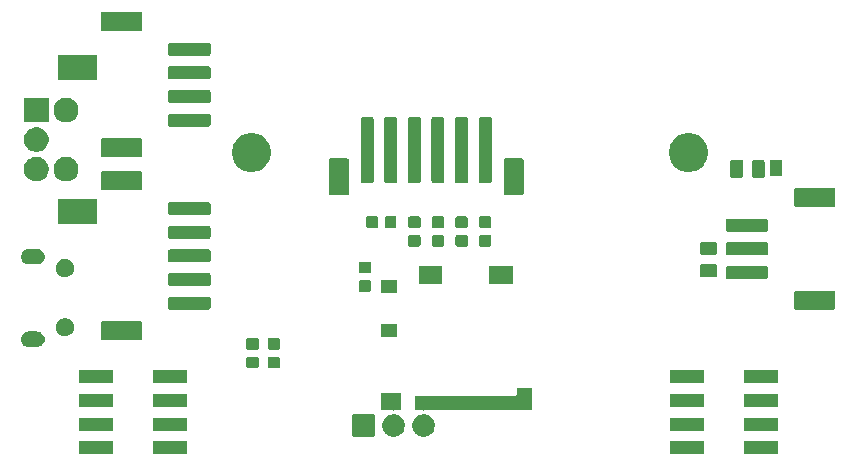
<source format=gbs>
G04 #@! TF.GenerationSoftware,KiCad,Pcbnew,(5.1.5)-3*
G04 #@! TF.CreationDate,2020-08-05T22:49:10+02:00*
G04 #@! TF.ProjectId,Controller,436f6e74-726f-46c6-9c65-722e6b696361,rev?*
G04 #@! TF.SameCoordinates,Original*
G04 #@! TF.FileFunction,Soldermask,Bot*
G04 #@! TF.FilePolarity,Negative*
%FSLAX46Y46*%
G04 Gerber Fmt 4.6, Leading zero omitted, Abs format (unit mm)*
G04 Created by KiCad (PCBNEW (5.1.5)-3) date 2020-08-05 22:49:10*
%MOMM*%
%LPD*%
G04 APERTURE LIST*
%ADD10C,0.100000*%
G04 APERTURE END LIST*
D10*
G36*
X154551000Y-128551000D02*
G01*
X151699000Y-128551000D01*
X151699000Y-127449000D01*
X154551000Y-127449000D01*
X154551000Y-128551000D01*
G37*
G36*
X98301000Y-128551000D02*
G01*
X95449000Y-128551000D01*
X95449000Y-127449000D01*
X98301000Y-127449000D01*
X98301000Y-128551000D01*
G37*
G36*
X104551000Y-128551000D02*
G01*
X101699000Y-128551000D01*
X101699000Y-127449000D01*
X104551000Y-127449000D01*
X104551000Y-128551000D01*
G37*
G36*
X148301000Y-128551000D02*
G01*
X145449000Y-128551000D01*
X145449000Y-127449000D01*
X148301000Y-127449000D01*
X148301000Y-128551000D01*
G37*
G36*
X120341548Y-125152439D02*
G01*
X120366855Y-125160116D01*
X120390188Y-125172587D01*
X120410633Y-125189367D01*
X120427413Y-125209812D01*
X120439884Y-125233145D01*
X120447561Y-125258452D01*
X120451000Y-125293368D01*
X120451000Y-126906632D01*
X120447561Y-126941548D01*
X120439884Y-126966855D01*
X120427413Y-126990188D01*
X120410633Y-127010633D01*
X120390188Y-127027413D01*
X120366855Y-127039884D01*
X120341548Y-127047561D01*
X120306632Y-127051000D01*
X118693368Y-127051000D01*
X118658452Y-127047561D01*
X118633145Y-127039884D01*
X118609812Y-127027413D01*
X118589367Y-127010633D01*
X118572587Y-126990188D01*
X118560116Y-126966855D01*
X118552439Y-126941548D01*
X118549000Y-126906632D01*
X118549000Y-125293368D01*
X118552439Y-125258452D01*
X118560116Y-125233145D01*
X118572587Y-125209812D01*
X118589367Y-125189367D01*
X118609812Y-125172587D01*
X118633145Y-125160116D01*
X118658452Y-125152439D01*
X118693368Y-125149000D01*
X120306632Y-125149000D01*
X120341548Y-125152439D01*
G37*
G36*
X124603722Y-125121505D02*
G01*
X124633977Y-125137677D01*
X124666805Y-125147635D01*
X124857395Y-125185546D01*
X124943931Y-125221391D01*
X125030467Y-125257235D01*
X125186227Y-125361310D01*
X125318690Y-125493773D01*
X125422765Y-125649533D01*
X125458609Y-125736068D01*
X125494454Y-125822605D01*
X125531000Y-126006333D01*
X125531000Y-126193667D01*
X125494454Y-126377395D01*
X125458609Y-126463931D01*
X125422765Y-126550467D01*
X125318690Y-126706227D01*
X125186227Y-126838690D01*
X125030467Y-126942765D01*
X124972308Y-126966855D01*
X124857395Y-127014454D01*
X124673667Y-127051000D01*
X124486333Y-127051000D01*
X124302605Y-127014454D01*
X124187692Y-126966855D01*
X124129533Y-126942765D01*
X123973773Y-126838690D01*
X123841310Y-126706227D01*
X123737235Y-126550467D01*
X123701391Y-126463931D01*
X123665546Y-126377395D01*
X123629000Y-126193667D01*
X123629000Y-126006333D01*
X123665546Y-125822605D01*
X123701391Y-125736068D01*
X123737235Y-125649533D01*
X123841310Y-125493773D01*
X123973773Y-125361310D01*
X124129533Y-125257235D01*
X124216069Y-125221391D01*
X124302605Y-125185546D01*
X124493195Y-125147635D01*
X124526024Y-125137677D01*
X124556279Y-125121505D01*
X124580000Y-125102037D01*
X124603722Y-125121505D01*
G37*
G36*
X122063722Y-125121505D02*
G01*
X122093977Y-125137677D01*
X122126805Y-125147635D01*
X122317395Y-125185546D01*
X122403931Y-125221391D01*
X122490467Y-125257235D01*
X122646227Y-125361310D01*
X122778690Y-125493773D01*
X122882765Y-125649533D01*
X122918609Y-125736068D01*
X122954454Y-125822605D01*
X122991000Y-126006333D01*
X122991000Y-126193667D01*
X122954454Y-126377395D01*
X122918609Y-126463931D01*
X122882765Y-126550467D01*
X122778690Y-126706227D01*
X122646227Y-126838690D01*
X122490467Y-126942765D01*
X122432308Y-126966855D01*
X122317395Y-127014454D01*
X122133667Y-127051000D01*
X121946333Y-127051000D01*
X121762605Y-127014454D01*
X121647692Y-126966855D01*
X121589533Y-126942765D01*
X121433773Y-126838690D01*
X121301310Y-126706227D01*
X121197235Y-126550467D01*
X121161391Y-126463931D01*
X121125546Y-126377395D01*
X121089000Y-126193667D01*
X121089000Y-126006333D01*
X121125546Y-125822605D01*
X121161391Y-125736068D01*
X121197235Y-125649533D01*
X121301310Y-125493773D01*
X121433773Y-125361310D01*
X121589533Y-125257235D01*
X121676069Y-125221391D01*
X121762605Y-125185546D01*
X121953195Y-125147635D01*
X121986024Y-125137677D01*
X122016279Y-125121505D01*
X122040000Y-125102037D01*
X122063722Y-125121505D01*
G37*
G36*
X98301000Y-126551000D02*
G01*
X95449000Y-126551000D01*
X95449000Y-125449000D01*
X98301000Y-125449000D01*
X98301000Y-126551000D01*
G37*
G36*
X104551000Y-126551000D02*
G01*
X101699000Y-126551000D01*
X101699000Y-125449000D01*
X104551000Y-125449000D01*
X104551000Y-126551000D01*
G37*
G36*
X148301000Y-126551000D02*
G01*
X145449000Y-126551000D01*
X145449000Y-125449000D01*
X148301000Y-125449000D01*
X148301000Y-126551000D01*
G37*
G36*
X154551000Y-126551000D02*
G01*
X151699000Y-126551000D01*
X151699000Y-125449000D01*
X154551000Y-125449000D01*
X154551000Y-126551000D01*
G37*
G36*
X122666000Y-124801000D02*
G01*
X122160946Y-124801000D01*
X122126805Y-124804363D01*
X122093977Y-124814321D01*
X122063722Y-124830493D01*
X122040000Y-124849961D01*
X122016278Y-124830492D01*
X121986023Y-124814321D01*
X121953194Y-124804362D01*
X121919054Y-124801000D01*
X121014000Y-124801000D01*
X121014000Y-123349000D01*
X122666000Y-123349000D01*
X122666000Y-124801000D01*
G37*
G36*
X133796000Y-124801000D02*
G01*
X124700946Y-124801000D01*
X124666805Y-124804363D01*
X124633977Y-124814321D01*
X124603722Y-124830493D01*
X124580000Y-124849961D01*
X124556278Y-124830492D01*
X124526023Y-124814321D01*
X124493194Y-124804362D01*
X124459054Y-124801000D01*
X123824000Y-124801000D01*
X123824000Y-123599000D01*
X132349001Y-123599000D01*
X132383142Y-123595637D01*
X132415970Y-123585679D01*
X132446225Y-123569507D01*
X132472744Y-123547744D01*
X132494507Y-123521225D01*
X132510679Y-123490970D01*
X132520637Y-123458142D01*
X132524000Y-123424001D01*
X132524000Y-122899000D01*
X133796000Y-122899000D01*
X133796000Y-124801000D01*
G37*
G36*
X98301000Y-124551000D02*
G01*
X95449000Y-124551000D01*
X95449000Y-123449000D01*
X98301000Y-123449000D01*
X98301000Y-124551000D01*
G37*
G36*
X148301000Y-124551000D02*
G01*
X145449000Y-124551000D01*
X145449000Y-123449000D01*
X148301000Y-123449000D01*
X148301000Y-124551000D01*
G37*
G36*
X104551000Y-124551000D02*
G01*
X101699000Y-124551000D01*
X101699000Y-123449000D01*
X104551000Y-123449000D01*
X104551000Y-124551000D01*
G37*
G36*
X154551000Y-124551000D02*
G01*
X151699000Y-124551000D01*
X151699000Y-123449000D01*
X154551000Y-123449000D01*
X154551000Y-124551000D01*
G37*
G36*
X148301000Y-122551000D02*
G01*
X145449000Y-122551000D01*
X145449000Y-121449000D01*
X148301000Y-121449000D01*
X148301000Y-122551000D01*
G37*
G36*
X104551000Y-122551000D02*
G01*
X101699000Y-122551000D01*
X101699000Y-121449000D01*
X104551000Y-121449000D01*
X104551000Y-122551000D01*
G37*
G36*
X98301000Y-122551000D02*
G01*
X95449000Y-122551000D01*
X95449000Y-121449000D01*
X98301000Y-121449000D01*
X98301000Y-122551000D01*
G37*
G36*
X154551000Y-122551000D02*
G01*
X151699000Y-122551000D01*
X151699000Y-121449000D01*
X154551000Y-121449000D01*
X154551000Y-122551000D01*
G37*
G36*
X110499664Y-120290341D02*
G01*
X110528912Y-120299214D01*
X110555865Y-120313621D01*
X110579490Y-120333010D01*
X110598879Y-120356635D01*
X110613286Y-120383588D01*
X110622159Y-120412836D01*
X110626000Y-120451842D01*
X110626000Y-121098158D01*
X110622159Y-121137164D01*
X110613286Y-121166412D01*
X110598879Y-121193365D01*
X110579490Y-121216990D01*
X110555865Y-121236379D01*
X110528912Y-121250786D01*
X110499664Y-121259659D01*
X110460658Y-121263500D01*
X109739342Y-121263500D01*
X109700336Y-121259659D01*
X109671088Y-121250786D01*
X109644135Y-121236379D01*
X109620510Y-121216990D01*
X109601121Y-121193365D01*
X109586714Y-121166412D01*
X109577841Y-121137164D01*
X109574000Y-121098158D01*
X109574000Y-120451842D01*
X109577841Y-120412836D01*
X109586714Y-120383588D01*
X109601121Y-120356635D01*
X109620510Y-120333010D01*
X109644135Y-120313621D01*
X109671088Y-120299214D01*
X109700336Y-120290341D01*
X109739342Y-120286500D01*
X110460658Y-120286500D01*
X110499664Y-120290341D01*
G37*
G36*
X112299664Y-120290341D02*
G01*
X112328912Y-120299214D01*
X112355865Y-120313621D01*
X112379490Y-120333010D01*
X112398879Y-120356635D01*
X112413286Y-120383588D01*
X112422159Y-120412836D01*
X112426000Y-120451842D01*
X112426000Y-121098158D01*
X112422159Y-121137164D01*
X112413286Y-121166412D01*
X112398879Y-121193365D01*
X112379490Y-121216990D01*
X112355865Y-121236379D01*
X112328912Y-121250786D01*
X112299664Y-121259659D01*
X112260658Y-121263500D01*
X111539342Y-121263500D01*
X111500336Y-121259659D01*
X111471088Y-121250786D01*
X111444135Y-121236379D01*
X111420510Y-121216990D01*
X111401121Y-121193365D01*
X111386714Y-121166412D01*
X111377841Y-121137164D01*
X111374000Y-121098158D01*
X111374000Y-120451842D01*
X111377841Y-120412836D01*
X111386714Y-120383588D01*
X111401121Y-120356635D01*
X111420510Y-120333010D01*
X111444135Y-120313621D01*
X111471088Y-120299214D01*
X111500336Y-120290341D01*
X111539342Y-120286500D01*
X112260658Y-120286500D01*
X112299664Y-120290341D01*
G37*
G36*
X110499664Y-118715341D02*
G01*
X110528912Y-118724214D01*
X110555865Y-118738621D01*
X110579490Y-118758010D01*
X110598879Y-118781635D01*
X110613286Y-118808588D01*
X110622159Y-118837836D01*
X110626000Y-118876842D01*
X110626000Y-119523158D01*
X110622159Y-119562164D01*
X110613286Y-119591412D01*
X110598879Y-119618365D01*
X110579490Y-119641990D01*
X110555865Y-119661379D01*
X110528912Y-119675786D01*
X110499664Y-119684659D01*
X110460658Y-119688500D01*
X109739342Y-119688500D01*
X109700336Y-119684659D01*
X109671088Y-119675786D01*
X109644135Y-119661379D01*
X109620510Y-119641990D01*
X109601121Y-119618365D01*
X109586714Y-119591412D01*
X109577841Y-119562164D01*
X109574000Y-119523158D01*
X109574000Y-118876842D01*
X109577841Y-118837836D01*
X109586714Y-118808588D01*
X109601121Y-118781635D01*
X109620510Y-118758010D01*
X109644135Y-118738621D01*
X109671088Y-118724214D01*
X109700336Y-118715341D01*
X109739342Y-118711500D01*
X110460658Y-118711500D01*
X110499664Y-118715341D01*
G37*
G36*
X112299664Y-118715341D02*
G01*
X112328912Y-118724214D01*
X112355865Y-118738621D01*
X112379490Y-118758010D01*
X112398879Y-118781635D01*
X112413286Y-118808588D01*
X112422159Y-118837836D01*
X112426000Y-118876842D01*
X112426000Y-119523158D01*
X112422159Y-119562164D01*
X112413286Y-119591412D01*
X112398879Y-119618365D01*
X112379490Y-119641990D01*
X112355865Y-119661379D01*
X112328912Y-119675786D01*
X112299664Y-119684659D01*
X112260658Y-119688500D01*
X111539342Y-119688500D01*
X111500336Y-119684659D01*
X111471088Y-119675786D01*
X111444135Y-119661379D01*
X111420510Y-119641990D01*
X111401121Y-119618365D01*
X111386714Y-119591412D01*
X111377841Y-119562164D01*
X111374000Y-119523158D01*
X111374000Y-118876842D01*
X111377841Y-118837836D01*
X111386714Y-118808588D01*
X111401121Y-118781635D01*
X111420510Y-118758010D01*
X111444135Y-118738621D01*
X111471088Y-118724214D01*
X111500336Y-118715341D01*
X111539342Y-118711500D01*
X112260658Y-118711500D01*
X112299664Y-118715341D01*
G37*
G36*
X91977619Y-118158420D02*
G01*
X92100329Y-118195644D01*
X92100332Y-118195645D01*
X92164179Y-118229772D01*
X92213425Y-118256094D01*
X92213427Y-118256095D01*
X92213426Y-118256095D01*
X92312553Y-118337447D01*
X92393905Y-118436574D01*
X92454355Y-118549668D01*
X92454356Y-118549671D01*
X92491580Y-118672381D01*
X92504150Y-118800000D01*
X92491580Y-118927618D01*
X92454355Y-119050332D01*
X92420228Y-119114179D01*
X92393906Y-119163425D01*
X92312553Y-119262553D01*
X92213425Y-119343906D01*
X92164179Y-119370228D01*
X92100332Y-119404355D01*
X92100329Y-119404356D01*
X91977619Y-119441580D01*
X91881978Y-119451000D01*
X91118022Y-119451000D01*
X91022381Y-119441580D01*
X90899671Y-119404356D01*
X90899668Y-119404355D01*
X90835821Y-119370228D01*
X90786575Y-119343906D01*
X90687447Y-119262553D01*
X90606094Y-119163425D01*
X90579772Y-119114179D01*
X90545645Y-119050332D01*
X90508420Y-118927618D01*
X90495850Y-118800000D01*
X90508420Y-118672381D01*
X90545644Y-118549671D01*
X90545645Y-118549668D01*
X90606095Y-118436574D01*
X90687447Y-118337447D01*
X90786574Y-118256095D01*
X90786573Y-118256095D01*
X90786575Y-118256094D01*
X90835821Y-118229772D01*
X90899668Y-118195645D01*
X90899671Y-118195644D01*
X91022381Y-118158420D01*
X91118022Y-118149000D01*
X91881978Y-118149000D01*
X91977619Y-118158420D01*
G37*
G36*
X100629828Y-117302718D02*
G01*
X100657872Y-117311226D01*
X100683718Y-117325041D01*
X100706370Y-117343630D01*
X100724959Y-117366282D01*
X100738774Y-117392128D01*
X100747282Y-117420172D01*
X100751000Y-117457927D01*
X100751000Y-118742073D01*
X100747282Y-118779828D01*
X100738774Y-118807872D01*
X100724959Y-118833718D01*
X100706370Y-118856370D01*
X100683718Y-118874959D01*
X100657872Y-118888774D01*
X100629828Y-118897282D01*
X100592073Y-118901000D01*
X97407927Y-118901000D01*
X97370172Y-118897282D01*
X97342128Y-118888774D01*
X97316282Y-118874959D01*
X97293630Y-118856370D01*
X97275041Y-118833718D01*
X97261226Y-118807872D01*
X97252718Y-118779828D01*
X97249000Y-118742073D01*
X97249000Y-117457927D01*
X97252718Y-117420172D01*
X97261226Y-117392128D01*
X97275041Y-117366282D01*
X97293630Y-117343630D01*
X97316282Y-117325041D01*
X97342128Y-117311226D01*
X97370172Y-117302718D01*
X97407927Y-117299000D01*
X100592073Y-117299000D01*
X100629828Y-117302718D01*
G37*
G36*
X122316000Y-118601000D02*
G01*
X121014000Y-118601000D01*
X121014000Y-117499000D01*
X122316000Y-117499000D01*
X122316000Y-118601000D01*
G37*
G36*
X94351390Y-117038911D02*
G01*
X94426351Y-117053821D01*
X94567574Y-117112317D01*
X94694671Y-117197241D01*
X94802759Y-117305329D01*
X94887683Y-117432426D01*
X94946179Y-117573649D01*
X94976000Y-117723571D01*
X94976000Y-117876429D01*
X94946179Y-118026351D01*
X94887683Y-118167574D01*
X94802759Y-118294671D01*
X94694671Y-118402759D01*
X94567574Y-118487683D01*
X94426351Y-118546179D01*
X94351390Y-118561089D01*
X94276431Y-118576000D01*
X94123569Y-118576000D01*
X94048610Y-118561089D01*
X93973649Y-118546179D01*
X93832426Y-118487683D01*
X93705329Y-118402759D01*
X93597241Y-118294671D01*
X93512317Y-118167574D01*
X93453821Y-118026351D01*
X93424000Y-117876429D01*
X93424000Y-117723571D01*
X93453821Y-117573649D01*
X93512317Y-117432426D01*
X93597241Y-117305329D01*
X93705329Y-117197241D01*
X93832426Y-117112317D01*
X93973649Y-117053821D01*
X94048610Y-117038911D01*
X94123569Y-117024000D01*
X94276431Y-117024000D01*
X94351390Y-117038911D01*
G37*
G36*
X106399512Y-115203443D02*
G01*
X106434618Y-115214092D01*
X106466978Y-115231388D01*
X106495337Y-115254663D01*
X106518612Y-115283022D01*
X106535908Y-115315382D01*
X106546557Y-115350488D01*
X106551000Y-115395594D01*
X106551000Y-116104406D01*
X106546557Y-116149512D01*
X106535908Y-116184618D01*
X106518612Y-116216978D01*
X106495337Y-116245337D01*
X106466978Y-116268612D01*
X106434618Y-116285908D01*
X106399512Y-116296557D01*
X106354406Y-116301000D01*
X103145594Y-116301000D01*
X103100488Y-116296557D01*
X103065382Y-116285908D01*
X103033022Y-116268612D01*
X103004663Y-116245337D01*
X102981388Y-116216978D01*
X102964092Y-116184618D01*
X102953443Y-116149512D01*
X102949000Y-116104406D01*
X102949000Y-115395594D01*
X102953443Y-115350488D01*
X102964092Y-115315382D01*
X102981388Y-115283022D01*
X103004663Y-115254663D01*
X103033022Y-115231388D01*
X103065382Y-115214092D01*
X103100488Y-115203443D01*
X103145594Y-115199000D01*
X106354406Y-115199000D01*
X106399512Y-115203443D01*
G37*
G36*
X159329828Y-114702718D02*
G01*
X159357872Y-114711226D01*
X159383718Y-114725041D01*
X159406370Y-114743630D01*
X159424959Y-114766282D01*
X159438774Y-114792128D01*
X159447282Y-114820172D01*
X159451000Y-114857927D01*
X159451000Y-116142073D01*
X159447282Y-116179828D01*
X159438774Y-116207872D01*
X159424959Y-116233718D01*
X159406370Y-116256370D01*
X159383718Y-116274959D01*
X159357872Y-116288774D01*
X159329828Y-116297282D01*
X159292073Y-116301000D01*
X156107927Y-116301000D01*
X156070172Y-116297282D01*
X156042128Y-116288774D01*
X156016282Y-116274959D01*
X155993630Y-116256370D01*
X155975041Y-116233718D01*
X155961226Y-116207872D01*
X155952718Y-116179828D01*
X155949000Y-116142073D01*
X155949000Y-114857927D01*
X155952718Y-114820172D01*
X155961226Y-114792128D01*
X155975041Y-114766282D01*
X155993630Y-114743630D01*
X156016282Y-114725041D01*
X156042128Y-114711226D01*
X156070172Y-114702718D01*
X156107927Y-114699000D01*
X159292073Y-114699000D01*
X159329828Y-114702718D01*
G37*
G36*
X122316000Y-114901000D02*
G01*
X121014000Y-114901000D01*
X121014000Y-113799000D01*
X122316000Y-113799000D01*
X122316000Y-114901000D01*
G37*
G36*
X119999664Y-113815341D02*
G01*
X120028912Y-113824214D01*
X120055865Y-113838621D01*
X120079490Y-113858010D01*
X120098879Y-113881635D01*
X120113286Y-113908588D01*
X120122159Y-113937836D01*
X120126000Y-113976842D01*
X120126000Y-114623158D01*
X120122159Y-114662164D01*
X120113286Y-114691412D01*
X120098879Y-114718365D01*
X120079490Y-114741990D01*
X120055865Y-114761379D01*
X120028912Y-114775786D01*
X119999664Y-114784659D01*
X119960658Y-114788500D01*
X119239342Y-114788500D01*
X119200336Y-114784659D01*
X119171088Y-114775786D01*
X119144135Y-114761379D01*
X119120510Y-114741990D01*
X119101121Y-114718365D01*
X119086714Y-114691412D01*
X119077841Y-114662164D01*
X119074000Y-114623158D01*
X119074000Y-113976842D01*
X119077841Y-113937836D01*
X119086714Y-113908588D01*
X119101121Y-113881635D01*
X119120510Y-113858010D01*
X119144135Y-113838621D01*
X119171088Y-113824214D01*
X119200336Y-113815341D01*
X119239342Y-113811500D01*
X119960658Y-113811500D01*
X119999664Y-113815341D01*
G37*
G36*
X106399512Y-113203443D02*
G01*
X106434618Y-113214092D01*
X106466978Y-113231388D01*
X106495337Y-113254663D01*
X106518612Y-113283022D01*
X106535908Y-113315382D01*
X106546557Y-113350488D01*
X106551000Y-113395594D01*
X106551000Y-114104406D01*
X106546557Y-114149512D01*
X106535908Y-114184618D01*
X106518612Y-114216978D01*
X106495337Y-114245337D01*
X106466978Y-114268612D01*
X106434618Y-114285908D01*
X106399512Y-114296557D01*
X106354406Y-114301000D01*
X103145594Y-114301000D01*
X103100488Y-114296557D01*
X103065382Y-114285908D01*
X103033022Y-114268612D01*
X103004663Y-114245337D01*
X102981388Y-114216978D01*
X102964092Y-114184618D01*
X102953443Y-114149512D01*
X102949000Y-114104406D01*
X102949000Y-113395594D01*
X102953443Y-113350488D01*
X102964092Y-113315382D01*
X102981388Y-113283022D01*
X103004663Y-113254663D01*
X103033022Y-113231388D01*
X103065382Y-113214092D01*
X103100488Y-113203443D01*
X103145594Y-113199000D01*
X106354406Y-113199000D01*
X106399512Y-113203443D01*
G37*
G36*
X132136000Y-114101000D02*
G01*
X130134000Y-114101000D01*
X130134000Y-112649000D01*
X132136000Y-112649000D01*
X132136000Y-114101000D01*
G37*
G36*
X126166000Y-114101000D02*
G01*
X124164000Y-114101000D01*
X124164000Y-112649000D01*
X126166000Y-112649000D01*
X126166000Y-114101000D01*
G37*
G36*
X153599512Y-112603443D02*
G01*
X153634618Y-112614092D01*
X153666978Y-112631388D01*
X153695337Y-112654663D01*
X153718612Y-112683022D01*
X153735908Y-112715382D01*
X153746557Y-112750488D01*
X153751000Y-112795594D01*
X153751000Y-113504406D01*
X153746557Y-113549512D01*
X153735908Y-113584618D01*
X153718612Y-113616978D01*
X153695337Y-113645337D01*
X153666978Y-113668612D01*
X153634618Y-113685908D01*
X153599512Y-113696557D01*
X153554406Y-113701000D01*
X150345594Y-113701000D01*
X150300488Y-113696557D01*
X150265382Y-113685908D01*
X150233022Y-113668612D01*
X150204663Y-113645337D01*
X150181388Y-113616978D01*
X150164092Y-113584618D01*
X150153443Y-113549512D01*
X150149000Y-113504406D01*
X150149000Y-112795594D01*
X150153443Y-112750488D01*
X150164092Y-112715382D01*
X150181388Y-112683022D01*
X150204663Y-112654663D01*
X150233022Y-112631388D01*
X150265382Y-112614092D01*
X150300488Y-112603443D01*
X150345594Y-112599000D01*
X153554406Y-112599000D01*
X153599512Y-112603443D01*
G37*
G36*
X94351390Y-112038910D02*
G01*
X94426351Y-112053821D01*
X94567574Y-112112317D01*
X94694671Y-112197241D01*
X94802759Y-112305329D01*
X94887683Y-112432426D01*
X94946179Y-112573649D01*
X94955393Y-112619971D01*
X94975577Y-112721440D01*
X94976000Y-112723571D01*
X94976000Y-112876429D01*
X94946179Y-113026351D01*
X94887683Y-113167574D01*
X94802759Y-113294671D01*
X94694671Y-113402759D01*
X94567574Y-113487683D01*
X94426351Y-113546179D01*
X94351390Y-113561090D01*
X94276431Y-113576000D01*
X94123569Y-113576000D01*
X94048610Y-113561090D01*
X93973649Y-113546179D01*
X93832426Y-113487683D01*
X93705329Y-113402759D01*
X93597241Y-113294671D01*
X93512317Y-113167574D01*
X93453821Y-113026351D01*
X93424000Y-112876429D01*
X93424000Y-112723571D01*
X93424424Y-112721440D01*
X93444607Y-112619971D01*
X93453821Y-112573649D01*
X93512317Y-112432426D01*
X93597241Y-112305329D01*
X93705329Y-112197241D01*
X93832426Y-112112317D01*
X93973649Y-112053821D01*
X94048610Y-112038910D01*
X94123569Y-112024000D01*
X94276431Y-112024000D01*
X94351390Y-112038910D01*
G37*
G36*
X149304539Y-112465822D02*
G01*
X149338481Y-112476118D01*
X149369754Y-112492834D01*
X149397168Y-112515332D01*
X149419666Y-112542746D01*
X149436382Y-112574019D01*
X149446678Y-112607961D01*
X149451000Y-112651844D01*
X149451000Y-113348156D01*
X149446678Y-113392039D01*
X149436382Y-113425981D01*
X149419666Y-113457254D01*
X149397168Y-113484668D01*
X149369754Y-113507166D01*
X149338481Y-113523882D01*
X149304539Y-113534178D01*
X149260656Y-113538500D01*
X148139344Y-113538500D01*
X148095461Y-113534178D01*
X148061519Y-113523882D01*
X148030246Y-113507166D01*
X148002832Y-113484668D01*
X147980334Y-113457254D01*
X147963618Y-113425981D01*
X147953322Y-113392039D01*
X147949000Y-113348156D01*
X147949000Y-112651844D01*
X147953322Y-112607961D01*
X147963618Y-112574019D01*
X147980334Y-112542746D01*
X148002832Y-112515332D01*
X148030246Y-112492834D01*
X148061519Y-112476118D01*
X148095461Y-112465822D01*
X148139344Y-112461500D01*
X149260656Y-112461500D01*
X149304539Y-112465822D01*
G37*
G36*
X119999664Y-112240341D02*
G01*
X120028912Y-112249214D01*
X120055865Y-112263621D01*
X120079490Y-112283010D01*
X120098879Y-112306635D01*
X120113286Y-112333588D01*
X120122159Y-112362836D01*
X120126000Y-112401842D01*
X120126000Y-113048158D01*
X120122159Y-113087164D01*
X120113286Y-113116412D01*
X120098879Y-113143365D01*
X120079490Y-113166990D01*
X120055865Y-113186379D01*
X120028912Y-113200786D01*
X119999664Y-113209659D01*
X119960658Y-113213500D01*
X119239342Y-113213500D01*
X119200336Y-113209659D01*
X119171088Y-113200786D01*
X119144135Y-113186379D01*
X119120510Y-113166990D01*
X119101121Y-113143365D01*
X119086714Y-113116412D01*
X119077841Y-113087164D01*
X119074000Y-113048158D01*
X119074000Y-112401842D01*
X119077841Y-112362836D01*
X119086714Y-112333588D01*
X119101121Y-112306635D01*
X119120510Y-112283010D01*
X119144135Y-112263621D01*
X119171088Y-112249214D01*
X119200336Y-112240341D01*
X119239342Y-112236500D01*
X119960658Y-112236500D01*
X119999664Y-112240341D01*
G37*
G36*
X91977619Y-111158420D02*
G01*
X92100329Y-111195644D01*
X92100332Y-111195645D01*
X92164179Y-111229772D01*
X92213425Y-111256094D01*
X92312553Y-111337447D01*
X92393906Y-111436575D01*
X92414177Y-111474500D01*
X92454355Y-111549668D01*
X92454356Y-111549671D01*
X92491580Y-111672381D01*
X92504150Y-111800000D01*
X92491580Y-111927618D01*
X92454355Y-112050332D01*
X92425452Y-112104406D01*
X92393906Y-112163425D01*
X92312553Y-112262553D01*
X92213425Y-112343906D01*
X92178009Y-112362836D01*
X92100332Y-112404355D01*
X92100329Y-112404356D01*
X91977619Y-112441580D01*
X91881978Y-112451000D01*
X91118022Y-112451000D01*
X91022381Y-112441580D01*
X90899671Y-112404356D01*
X90899668Y-112404355D01*
X90821991Y-112362836D01*
X90786575Y-112343906D01*
X90687447Y-112262553D01*
X90606094Y-112163425D01*
X90574548Y-112104406D01*
X90545645Y-112050332D01*
X90508420Y-111927618D01*
X90495850Y-111800000D01*
X90508420Y-111672381D01*
X90545644Y-111549671D01*
X90545645Y-111549668D01*
X90585823Y-111474500D01*
X90606094Y-111436575D01*
X90687447Y-111337447D01*
X90786575Y-111256094D01*
X90835821Y-111229772D01*
X90899668Y-111195645D01*
X90899671Y-111195644D01*
X91022381Y-111158420D01*
X91118022Y-111149000D01*
X91881978Y-111149000D01*
X91977619Y-111158420D01*
G37*
G36*
X106399512Y-111203443D02*
G01*
X106434618Y-111214092D01*
X106466978Y-111231388D01*
X106495337Y-111254663D01*
X106518612Y-111283022D01*
X106535908Y-111315382D01*
X106546557Y-111350488D01*
X106551000Y-111395594D01*
X106551000Y-112104406D01*
X106546557Y-112149512D01*
X106535908Y-112184618D01*
X106518612Y-112216978D01*
X106495337Y-112245337D01*
X106466978Y-112268612D01*
X106434618Y-112285908D01*
X106399512Y-112296557D01*
X106354406Y-112301000D01*
X103145594Y-112301000D01*
X103100488Y-112296557D01*
X103065382Y-112285908D01*
X103033022Y-112268612D01*
X103004663Y-112245337D01*
X102981388Y-112216978D01*
X102964092Y-112184618D01*
X102953443Y-112149512D01*
X102949000Y-112104406D01*
X102949000Y-111395594D01*
X102953443Y-111350488D01*
X102964092Y-111315382D01*
X102981388Y-111283022D01*
X103004663Y-111254663D01*
X103033022Y-111231388D01*
X103065382Y-111214092D01*
X103100488Y-111203443D01*
X103145594Y-111199000D01*
X106354406Y-111199000D01*
X106399512Y-111203443D01*
G37*
G36*
X153599512Y-110603443D02*
G01*
X153634618Y-110614092D01*
X153666978Y-110631388D01*
X153695337Y-110654663D01*
X153718612Y-110683022D01*
X153735908Y-110715382D01*
X153746557Y-110750488D01*
X153751000Y-110795594D01*
X153751000Y-111504406D01*
X153746557Y-111549512D01*
X153735908Y-111584618D01*
X153718612Y-111616978D01*
X153695337Y-111645337D01*
X153666978Y-111668612D01*
X153634618Y-111685908D01*
X153599512Y-111696557D01*
X153554406Y-111701000D01*
X150345594Y-111701000D01*
X150300488Y-111696557D01*
X150265382Y-111685908D01*
X150233022Y-111668612D01*
X150204663Y-111645337D01*
X150181388Y-111616978D01*
X150164092Y-111584618D01*
X150153443Y-111549512D01*
X150149000Y-111504406D01*
X150149000Y-110795594D01*
X150153443Y-110750488D01*
X150164092Y-110715382D01*
X150181388Y-110683022D01*
X150204663Y-110654663D01*
X150233022Y-110631388D01*
X150265382Y-110614092D01*
X150300488Y-110603443D01*
X150345594Y-110599000D01*
X153554406Y-110599000D01*
X153599512Y-110603443D01*
G37*
G36*
X149304539Y-110590822D02*
G01*
X149338481Y-110601118D01*
X149369754Y-110617834D01*
X149397168Y-110640332D01*
X149419666Y-110667746D01*
X149436382Y-110699019D01*
X149446678Y-110732961D01*
X149451000Y-110776844D01*
X149451000Y-111473156D01*
X149446678Y-111517039D01*
X149436382Y-111550981D01*
X149419666Y-111582254D01*
X149397168Y-111609668D01*
X149369754Y-111632166D01*
X149338481Y-111648882D01*
X149304539Y-111659178D01*
X149260656Y-111663500D01*
X148139344Y-111663500D01*
X148095461Y-111659178D01*
X148061519Y-111648882D01*
X148030246Y-111632166D01*
X148002832Y-111609668D01*
X147980334Y-111582254D01*
X147963618Y-111550981D01*
X147953322Y-111517039D01*
X147949000Y-111473156D01*
X147949000Y-110776844D01*
X147953322Y-110732961D01*
X147963618Y-110699019D01*
X147980334Y-110667746D01*
X148002832Y-110640332D01*
X148030246Y-110617834D01*
X148061519Y-110601118D01*
X148095461Y-110590822D01*
X148139344Y-110586500D01*
X149260656Y-110586500D01*
X149304539Y-110590822D01*
G37*
G36*
X124199664Y-109990341D02*
G01*
X124228912Y-109999214D01*
X124255865Y-110013621D01*
X124279490Y-110033010D01*
X124298879Y-110056635D01*
X124313286Y-110083588D01*
X124322159Y-110112836D01*
X124326000Y-110151842D01*
X124326000Y-110798158D01*
X124322159Y-110837164D01*
X124313286Y-110866412D01*
X124298879Y-110893365D01*
X124279490Y-110916990D01*
X124255865Y-110936379D01*
X124228912Y-110950786D01*
X124199664Y-110959659D01*
X124160658Y-110963500D01*
X123439342Y-110963500D01*
X123400336Y-110959659D01*
X123371088Y-110950786D01*
X123344135Y-110936379D01*
X123320510Y-110916990D01*
X123301121Y-110893365D01*
X123286714Y-110866412D01*
X123277841Y-110837164D01*
X123274000Y-110798158D01*
X123274000Y-110151842D01*
X123277841Y-110112836D01*
X123286714Y-110083588D01*
X123301121Y-110056635D01*
X123320510Y-110033010D01*
X123344135Y-110013621D01*
X123371088Y-109999214D01*
X123400336Y-109990341D01*
X123439342Y-109986500D01*
X124160658Y-109986500D01*
X124199664Y-109990341D01*
G37*
G36*
X130199664Y-109990341D02*
G01*
X130228912Y-109999214D01*
X130255865Y-110013621D01*
X130279490Y-110033010D01*
X130298879Y-110056635D01*
X130313286Y-110083588D01*
X130322159Y-110112836D01*
X130326000Y-110151842D01*
X130326000Y-110798158D01*
X130322159Y-110837164D01*
X130313286Y-110866412D01*
X130298879Y-110893365D01*
X130279490Y-110916990D01*
X130255865Y-110936379D01*
X130228912Y-110950786D01*
X130199664Y-110959659D01*
X130160658Y-110963500D01*
X129439342Y-110963500D01*
X129400336Y-110959659D01*
X129371088Y-110950786D01*
X129344135Y-110936379D01*
X129320510Y-110916990D01*
X129301121Y-110893365D01*
X129286714Y-110866412D01*
X129277841Y-110837164D01*
X129274000Y-110798158D01*
X129274000Y-110151842D01*
X129277841Y-110112836D01*
X129286714Y-110083588D01*
X129301121Y-110056635D01*
X129320510Y-110033010D01*
X129344135Y-110013621D01*
X129371088Y-109999214D01*
X129400336Y-109990341D01*
X129439342Y-109986500D01*
X130160658Y-109986500D01*
X130199664Y-109990341D01*
G37*
G36*
X126199664Y-109990341D02*
G01*
X126228912Y-109999214D01*
X126255865Y-110013621D01*
X126279490Y-110033010D01*
X126298879Y-110056635D01*
X126313286Y-110083588D01*
X126322159Y-110112836D01*
X126326000Y-110151842D01*
X126326000Y-110798158D01*
X126322159Y-110837164D01*
X126313286Y-110866412D01*
X126298879Y-110893365D01*
X126279490Y-110916990D01*
X126255865Y-110936379D01*
X126228912Y-110950786D01*
X126199664Y-110959659D01*
X126160658Y-110963500D01*
X125439342Y-110963500D01*
X125400336Y-110959659D01*
X125371088Y-110950786D01*
X125344135Y-110936379D01*
X125320510Y-110916990D01*
X125301121Y-110893365D01*
X125286714Y-110866412D01*
X125277841Y-110837164D01*
X125274000Y-110798158D01*
X125274000Y-110151842D01*
X125277841Y-110112836D01*
X125286714Y-110083588D01*
X125301121Y-110056635D01*
X125320510Y-110033010D01*
X125344135Y-110013621D01*
X125371088Y-109999214D01*
X125400336Y-109990341D01*
X125439342Y-109986500D01*
X126160658Y-109986500D01*
X126199664Y-109990341D01*
G37*
G36*
X128199664Y-109990341D02*
G01*
X128228912Y-109999214D01*
X128255865Y-110013621D01*
X128279490Y-110033010D01*
X128298879Y-110056635D01*
X128313286Y-110083588D01*
X128322159Y-110112836D01*
X128326000Y-110151842D01*
X128326000Y-110798158D01*
X128322159Y-110837164D01*
X128313286Y-110866412D01*
X128298879Y-110893365D01*
X128279490Y-110916990D01*
X128255865Y-110936379D01*
X128228912Y-110950786D01*
X128199664Y-110959659D01*
X128160658Y-110963500D01*
X127439342Y-110963500D01*
X127400336Y-110959659D01*
X127371088Y-110950786D01*
X127344135Y-110936379D01*
X127320510Y-110916990D01*
X127301121Y-110893365D01*
X127286714Y-110866412D01*
X127277841Y-110837164D01*
X127274000Y-110798158D01*
X127274000Y-110151842D01*
X127277841Y-110112836D01*
X127286714Y-110083588D01*
X127301121Y-110056635D01*
X127320510Y-110033010D01*
X127344135Y-110013621D01*
X127371088Y-109999214D01*
X127400336Y-109990341D01*
X127439342Y-109986500D01*
X128160658Y-109986500D01*
X128199664Y-109990341D01*
G37*
G36*
X106399512Y-109203443D02*
G01*
X106434618Y-109214092D01*
X106466978Y-109231388D01*
X106495337Y-109254663D01*
X106518612Y-109283022D01*
X106535908Y-109315382D01*
X106546557Y-109350488D01*
X106551000Y-109395594D01*
X106551000Y-110104406D01*
X106546557Y-110149512D01*
X106535908Y-110184618D01*
X106518612Y-110216978D01*
X106495337Y-110245337D01*
X106466978Y-110268612D01*
X106434618Y-110285908D01*
X106399512Y-110296557D01*
X106354406Y-110301000D01*
X103145594Y-110301000D01*
X103100488Y-110296557D01*
X103065382Y-110285908D01*
X103033022Y-110268612D01*
X103004663Y-110245337D01*
X102981388Y-110216978D01*
X102964092Y-110184618D01*
X102953443Y-110149512D01*
X102949000Y-110104406D01*
X102949000Y-109395594D01*
X102953443Y-109350488D01*
X102964092Y-109315382D01*
X102981388Y-109283022D01*
X103004663Y-109254663D01*
X103033022Y-109231388D01*
X103065382Y-109214092D01*
X103100488Y-109203443D01*
X103145594Y-109199000D01*
X106354406Y-109199000D01*
X106399512Y-109203443D01*
G37*
G36*
X153599512Y-108603443D02*
G01*
X153634618Y-108614092D01*
X153666978Y-108631388D01*
X153695337Y-108654663D01*
X153718612Y-108683022D01*
X153735908Y-108715382D01*
X153746557Y-108750488D01*
X153751000Y-108795594D01*
X153751000Y-109504406D01*
X153746557Y-109549512D01*
X153735908Y-109584618D01*
X153718612Y-109616978D01*
X153695337Y-109645337D01*
X153666978Y-109668612D01*
X153634618Y-109685908D01*
X153599512Y-109696557D01*
X153554406Y-109701000D01*
X150345594Y-109701000D01*
X150300488Y-109696557D01*
X150265382Y-109685908D01*
X150233022Y-109668612D01*
X150204663Y-109645337D01*
X150181388Y-109616978D01*
X150164092Y-109584618D01*
X150153443Y-109549512D01*
X150149000Y-109504406D01*
X150149000Y-108795594D01*
X150153443Y-108750488D01*
X150164092Y-108715382D01*
X150181388Y-108683022D01*
X150204663Y-108654663D01*
X150233022Y-108631388D01*
X150265382Y-108614092D01*
X150300488Y-108603443D01*
X150345594Y-108599000D01*
X153554406Y-108599000D01*
X153599512Y-108603443D01*
G37*
G36*
X122162164Y-108377841D02*
G01*
X122191412Y-108386714D01*
X122218365Y-108401121D01*
X122241990Y-108420510D01*
X122261379Y-108444135D01*
X122275786Y-108471088D01*
X122284659Y-108500336D01*
X122288500Y-108539342D01*
X122288500Y-109260658D01*
X122284659Y-109299664D01*
X122275786Y-109328912D01*
X122261379Y-109355865D01*
X122241990Y-109379490D01*
X122218365Y-109398879D01*
X122191412Y-109413286D01*
X122162164Y-109422159D01*
X122123158Y-109426000D01*
X121476842Y-109426000D01*
X121437836Y-109422159D01*
X121408588Y-109413286D01*
X121381635Y-109398879D01*
X121358010Y-109379490D01*
X121338621Y-109355865D01*
X121324214Y-109328912D01*
X121315341Y-109299664D01*
X121311500Y-109260658D01*
X121311500Y-108539342D01*
X121315341Y-108500336D01*
X121324214Y-108471088D01*
X121338621Y-108444135D01*
X121358010Y-108420510D01*
X121381635Y-108401121D01*
X121408588Y-108386714D01*
X121437836Y-108377841D01*
X121476842Y-108374000D01*
X122123158Y-108374000D01*
X122162164Y-108377841D01*
G37*
G36*
X120587164Y-108377841D02*
G01*
X120616412Y-108386714D01*
X120643365Y-108401121D01*
X120666990Y-108420510D01*
X120686379Y-108444135D01*
X120700786Y-108471088D01*
X120709659Y-108500336D01*
X120713500Y-108539342D01*
X120713500Y-109260658D01*
X120709659Y-109299664D01*
X120700786Y-109328912D01*
X120686379Y-109355865D01*
X120666990Y-109379490D01*
X120643365Y-109398879D01*
X120616412Y-109413286D01*
X120587164Y-109422159D01*
X120548158Y-109426000D01*
X119901842Y-109426000D01*
X119862836Y-109422159D01*
X119833588Y-109413286D01*
X119806635Y-109398879D01*
X119783010Y-109379490D01*
X119763621Y-109355865D01*
X119749214Y-109328912D01*
X119740341Y-109299664D01*
X119736500Y-109260658D01*
X119736500Y-108539342D01*
X119740341Y-108500336D01*
X119749214Y-108471088D01*
X119763621Y-108444135D01*
X119783010Y-108420510D01*
X119806635Y-108401121D01*
X119833588Y-108386714D01*
X119862836Y-108377841D01*
X119901842Y-108374000D01*
X120548158Y-108374000D01*
X120587164Y-108377841D01*
G37*
G36*
X124199664Y-108415341D02*
G01*
X124228912Y-108424214D01*
X124255865Y-108438621D01*
X124279490Y-108458010D01*
X124298879Y-108481635D01*
X124313286Y-108508588D01*
X124322159Y-108537836D01*
X124326000Y-108576842D01*
X124326000Y-109223158D01*
X124322159Y-109262164D01*
X124313286Y-109291412D01*
X124298879Y-109318365D01*
X124279490Y-109341990D01*
X124255865Y-109361379D01*
X124228912Y-109375786D01*
X124199664Y-109384659D01*
X124160658Y-109388500D01*
X123439342Y-109388500D01*
X123400336Y-109384659D01*
X123371088Y-109375786D01*
X123344135Y-109361379D01*
X123320510Y-109341990D01*
X123301121Y-109318365D01*
X123286714Y-109291412D01*
X123277841Y-109262164D01*
X123274000Y-109223158D01*
X123274000Y-108576842D01*
X123277841Y-108537836D01*
X123286714Y-108508588D01*
X123301121Y-108481635D01*
X123320510Y-108458010D01*
X123344135Y-108438621D01*
X123371088Y-108424214D01*
X123400336Y-108415341D01*
X123439342Y-108411500D01*
X124160658Y-108411500D01*
X124199664Y-108415341D01*
G37*
G36*
X126199664Y-108415341D02*
G01*
X126228912Y-108424214D01*
X126255865Y-108438621D01*
X126279490Y-108458010D01*
X126298879Y-108481635D01*
X126313286Y-108508588D01*
X126322159Y-108537836D01*
X126326000Y-108576842D01*
X126326000Y-109223158D01*
X126322159Y-109262164D01*
X126313286Y-109291412D01*
X126298879Y-109318365D01*
X126279490Y-109341990D01*
X126255865Y-109361379D01*
X126228912Y-109375786D01*
X126199664Y-109384659D01*
X126160658Y-109388500D01*
X125439342Y-109388500D01*
X125400336Y-109384659D01*
X125371088Y-109375786D01*
X125344135Y-109361379D01*
X125320510Y-109341990D01*
X125301121Y-109318365D01*
X125286714Y-109291412D01*
X125277841Y-109262164D01*
X125274000Y-109223158D01*
X125274000Y-108576842D01*
X125277841Y-108537836D01*
X125286714Y-108508588D01*
X125301121Y-108481635D01*
X125320510Y-108458010D01*
X125344135Y-108438621D01*
X125371088Y-108424214D01*
X125400336Y-108415341D01*
X125439342Y-108411500D01*
X126160658Y-108411500D01*
X126199664Y-108415341D01*
G37*
G36*
X128199664Y-108415341D02*
G01*
X128228912Y-108424214D01*
X128255865Y-108438621D01*
X128279490Y-108458010D01*
X128298879Y-108481635D01*
X128313286Y-108508588D01*
X128322159Y-108537836D01*
X128326000Y-108576842D01*
X128326000Y-109223158D01*
X128322159Y-109262164D01*
X128313286Y-109291412D01*
X128298879Y-109318365D01*
X128279490Y-109341990D01*
X128255865Y-109361379D01*
X128228912Y-109375786D01*
X128199664Y-109384659D01*
X128160658Y-109388500D01*
X127439342Y-109388500D01*
X127400336Y-109384659D01*
X127371088Y-109375786D01*
X127344135Y-109361379D01*
X127320510Y-109341990D01*
X127301121Y-109318365D01*
X127286714Y-109291412D01*
X127277841Y-109262164D01*
X127274000Y-109223158D01*
X127274000Y-108576842D01*
X127277841Y-108537836D01*
X127286714Y-108508588D01*
X127301121Y-108481635D01*
X127320510Y-108458010D01*
X127344135Y-108438621D01*
X127371088Y-108424214D01*
X127400336Y-108415341D01*
X127439342Y-108411500D01*
X128160658Y-108411500D01*
X128199664Y-108415341D01*
G37*
G36*
X130199664Y-108415341D02*
G01*
X130228912Y-108424214D01*
X130255865Y-108438621D01*
X130279490Y-108458010D01*
X130298879Y-108481635D01*
X130313286Y-108508588D01*
X130322159Y-108537836D01*
X130326000Y-108576842D01*
X130326000Y-109223158D01*
X130322159Y-109262164D01*
X130313286Y-109291412D01*
X130298879Y-109318365D01*
X130279490Y-109341990D01*
X130255865Y-109361379D01*
X130228912Y-109375786D01*
X130199664Y-109384659D01*
X130160658Y-109388500D01*
X129439342Y-109388500D01*
X129400336Y-109384659D01*
X129371088Y-109375786D01*
X129344135Y-109361379D01*
X129320510Y-109341990D01*
X129301121Y-109318365D01*
X129286714Y-109291412D01*
X129277841Y-109262164D01*
X129274000Y-109223158D01*
X129274000Y-108576842D01*
X129277841Y-108537836D01*
X129286714Y-108508588D01*
X129301121Y-108481635D01*
X129320510Y-108458010D01*
X129344135Y-108438621D01*
X129371088Y-108424214D01*
X129400336Y-108415341D01*
X129439342Y-108411500D01*
X130160658Y-108411500D01*
X130199664Y-108415341D01*
G37*
G36*
X96951000Y-109051000D02*
G01*
X93649000Y-109051000D01*
X93649000Y-106949000D01*
X96951000Y-106949000D01*
X96951000Y-109051000D01*
G37*
G36*
X106399512Y-107203443D02*
G01*
X106434618Y-107214092D01*
X106466978Y-107231388D01*
X106495337Y-107254663D01*
X106518612Y-107283022D01*
X106535908Y-107315382D01*
X106546557Y-107350488D01*
X106551000Y-107395594D01*
X106551000Y-108104406D01*
X106546557Y-108149512D01*
X106535908Y-108184618D01*
X106518612Y-108216978D01*
X106495337Y-108245337D01*
X106466978Y-108268612D01*
X106434618Y-108285908D01*
X106399512Y-108296557D01*
X106354406Y-108301000D01*
X103145594Y-108301000D01*
X103100488Y-108296557D01*
X103065382Y-108285908D01*
X103033022Y-108268612D01*
X103004663Y-108245337D01*
X102981388Y-108216978D01*
X102964092Y-108184618D01*
X102953443Y-108149512D01*
X102949000Y-108104406D01*
X102949000Y-107395594D01*
X102953443Y-107350488D01*
X102964092Y-107315382D01*
X102981388Y-107283022D01*
X103004663Y-107254663D01*
X103033022Y-107231388D01*
X103065382Y-107214092D01*
X103100488Y-107203443D01*
X103145594Y-107199000D01*
X106354406Y-107199000D01*
X106399512Y-107203443D01*
G37*
G36*
X159329828Y-106002718D02*
G01*
X159357872Y-106011226D01*
X159383718Y-106025041D01*
X159406370Y-106043630D01*
X159424959Y-106066282D01*
X159438774Y-106092128D01*
X159447282Y-106120172D01*
X159451000Y-106157927D01*
X159451000Y-107442073D01*
X159447282Y-107479828D01*
X159438774Y-107507872D01*
X159424959Y-107533718D01*
X159406370Y-107556370D01*
X159383718Y-107574959D01*
X159357872Y-107588774D01*
X159329828Y-107597282D01*
X159292073Y-107601000D01*
X156107927Y-107601000D01*
X156070172Y-107597282D01*
X156042128Y-107588774D01*
X156016282Y-107574959D01*
X155993630Y-107556370D01*
X155975041Y-107533718D01*
X155961226Y-107507872D01*
X155952718Y-107479828D01*
X155949000Y-107442073D01*
X155949000Y-106157927D01*
X155952718Y-106120172D01*
X155961226Y-106092128D01*
X155975041Y-106066282D01*
X155993630Y-106043630D01*
X156016282Y-106025041D01*
X156042128Y-106011226D01*
X156070172Y-106002718D01*
X156107927Y-105999000D01*
X159292073Y-105999000D01*
X159329828Y-106002718D01*
G37*
G36*
X118133618Y-103502628D02*
G01*
X118160781Y-103510868D01*
X118185809Y-103524246D01*
X118207749Y-103542251D01*
X118225754Y-103564191D01*
X118239132Y-103589219D01*
X118247372Y-103616382D01*
X118251000Y-103653220D01*
X118251000Y-106446780D01*
X118247372Y-106483618D01*
X118239132Y-106510781D01*
X118225754Y-106535809D01*
X118207749Y-106557749D01*
X118185809Y-106575754D01*
X118160781Y-106589132D01*
X118133618Y-106597372D01*
X118096780Y-106601000D01*
X116703220Y-106601000D01*
X116666382Y-106597372D01*
X116639219Y-106589132D01*
X116614191Y-106575754D01*
X116592251Y-106557749D01*
X116574246Y-106535809D01*
X116560868Y-106510781D01*
X116552628Y-106483618D01*
X116549000Y-106446780D01*
X116549000Y-103653220D01*
X116552628Y-103616382D01*
X116560868Y-103589219D01*
X116574246Y-103564191D01*
X116592251Y-103542251D01*
X116614191Y-103524246D01*
X116639219Y-103510868D01*
X116666382Y-103502628D01*
X116703220Y-103499000D01*
X118096780Y-103499000D01*
X118133618Y-103502628D01*
G37*
G36*
X132933618Y-103502628D02*
G01*
X132960781Y-103510868D01*
X132985809Y-103524246D01*
X133007749Y-103542251D01*
X133025754Y-103564191D01*
X133039132Y-103589219D01*
X133047372Y-103616382D01*
X133051000Y-103653220D01*
X133051000Y-106446780D01*
X133047372Y-106483618D01*
X133039132Y-106510781D01*
X133025754Y-106535809D01*
X133007749Y-106557749D01*
X132985809Y-106575754D01*
X132960781Y-106589132D01*
X132933618Y-106597372D01*
X132896780Y-106601000D01*
X131503220Y-106601000D01*
X131466382Y-106597372D01*
X131439219Y-106589132D01*
X131414191Y-106575754D01*
X131392251Y-106557749D01*
X131374246Y-106535809D01*
X131360868Y-106510781D01*
X131352628Y-106483618D01*
X131349000Y-106446780D01*
X131349000Y-103653220D01*
X131352628Y-103616382D01*
X131360868Y-103589219D01*
X131374246Y-103564191D01*
X131392251Y-103542251D01*
X131414191Y-103524246D01*
X131439219Y-103510868D01*
X131466382Y-103502628D01*
X131503220Y-103499000D01*
X132896780Y-103499000D01*
X132933618Y-103502628D01*
G37*
G36*
X100629828Y-104602718D02*
G01*
X100657872Y-104611226D01*
X100683718Y-104625041D01*
X100706370Y-104643630D01*
X100724959Y-104666282D01*
X100738774Y-104692128D01*
X100747282Y-104720172D01*
X100751000Y-104757927D01*
X100751000Y-106042073D01*
X100747282Y-106079828D01*
X100738774Y-106107872D01*
X100724959Y-106133718D01*
X100706370Y-106156370D01*
X100683718Y-106174959D01*
X100657872Y-106188774D01*
X100629828Y-106197282D01*
X100592073Y-106201000D01*
X97407927Y-106201000D01*
X97370172Y-106197282D01*
X97342128Y-106188774D01*
X97316282Y-106174959D01*
X97293630Y-106156370D01*
X97275041Y-106133718D01*
X97261226Y-106107872D01*
X97252718Y-106079828D01*
X97249000Y-106042073D01*
X97249000Y-104757927D01*
X97252718Y-104720172D01*
X97261226Y-104692128D01*
X97275041Y-104666282D01*
X97293630Y-104643630D01*
X97316282Y-104625041D01*
X97342128Y-104611226D01*
X97370172Y-104602718D01*
X97407927Y-104599000D01*
X100592073Y-104599000D01*
X100629828Y-104602718D01*
G37*
G36*
X130199512Y-100003443D02*
G01*
X130234618Y-100014092D01*
X130266978Y-100031388D01*
X130295337Y-100054663D01*
X130318612Y-100083022D01*
X130335908Y-100115382D01*
X130346557Y-100150488D01*
X130351000Y-100195594D01*
X130351000Y-105404406D01*
X130346557Y-105449512D01*
X130335908Y-105484618D01*
X130318612Y-105516978D01*
X130295337Y-105545337D01*
X130266978Y-105568612D01*
X130234618Y-105585908D01*
X130199512Y-105596557D01*
X130154406Y-105601000D01*
X129445594Y-105601000D01*
X129400488Y-105596557D01*
X129365382Y-105585908D01*
X129333022Y-105568612D01*
X129304663Y-105545337D01*
X129281388Y-105516978D01*
X129264092Y-105484618D01*
X129253443Y-105449512D01*
X129249000Y-105404406D01*
X129249000Y-100195594D01*
X129253443Y-100150488D01*
X129264092Y-100115382D01*
X129281388Y-100083022D01*
X129304663Y-100054663D01*
X129333022Y-100031388D01*
X129365382Y-100014092D01*
X129400488Y-100003443D01*
X129445594Y-99999000D01*
X130154406Y-99999000D01*
X130199512Y-100003443D01*
G37*
G36*
X128199512Y-100003443D02*
G01*
X128234618Y-100014092D01*
X128266978Y-100031388D01*
X128295337Y-100054663D01*
X128318612Y-100083022D01*
X128335908Y-100115382D01*
X128346557Y-100150488D01*
X128351000Y-100195594D01*
X128351000Y-105404406D01*
X128346557Y-105449512D01*
X128335908Y-105484618D01*
X128318612Y-105516978D01*
X128295337Y-105545337D01*
X128266978Y-105568612D01*
X128234618Y-105585908D01*
X128199512Y-105596557D01*
X128154406Y-105601000D01*
X127445594Y-105601000D01*
X127400488Y-105596557D01*
X127365382Y-105585908D01*
X127333022Y-105568612D01*
X127304663Y-105545337D01*
X127281388Y-105516978D01*
X127264092Y-105484618D01*
X127253443Y-105449512D01*
X127249000Y-105404406D01*
X127249000Y-100195594D01*
X127253443Y-100150488D01*
X127264092Y-100115382D01*
X127281388Y-100083022D01*
X127304663Y-100054663D01*
X127333022Y-100031388D01*
X127365382Y-100014092D01*
X127400488Y-100003443D01*
X127445594Y-99999000D01*
X128154406Y-99999000D01*
X128199512Y-100003443D01*
G37*
G36*
X122199512Y-100003443D02*
G01*
X122234618Y-100014092D01*
X122266978Y-100031388D01*
X122295337Y-100054663D01*
X122318612Y-100083022D01*
X122335908Y-100115382D01*
X122346557Y-100150488D01*
X122351000Y-100195594D01*
X122351000Y-105404406D01*
X122346557Y-105449512D01*
X122335908Y-105484618D01*
X122318612Y-105516978D01*
X122295337Y-105545337D01*
X122266978Y-105568612D01*
X122234618Y-105585908D01*
X122199512Y-105596557D01*
X122154406Y-105601000D01*
X121445594Y-105601000D01*
X121400488Y-105596557D01*
X121365382Y-105585908D01*
X121333022Y-105568612D01*
X121304663Y-105545337D01*
X121281388Y-105516978D01*
X121264092Y-105484618D01*
X121253443Y-105449512D01*
X121249000Y-105404406D01*
X121249000Y-100195594D01*
X121253443Y-100150488D01*
X121264092Y-100115382D01*
X121281388Y-100083022D01*
X121304663Y-100054663D01*
X121333022Y-100031388D01*
X121365382Y-100014092D01*
X121400488Y-100003443D01*
X121445594Y-99999000D01*
X122154406Y-99999000D01*
X122199512Y-100003443D01*
G37*
G36*
X120199512Y-100003443D02*
G01*
X120234618Y-100014092D01*
X120266978Y-100031388D01*
X120295337Y-100054663D01*
X120318612Y-100083022D01*
X120335908Y-100115382D01*
X120346557Y-100150488D01*
X120351000Y-100195594D01*
X120351000Y-105404406D01*
X120346557Y-105449512D01*
X120335908Y-105484618D01*
X120318612Y-105516978D01*
X120295337Y-105545337D01*
X120266978Y-105568612D01*
X120234618Y-105585908D01*
X120199512Y-105596557D01*
X120154406Y-105601000D01*
X119445594Y-105601000D01*
X119400488Y-105596557D01*
X119365382Y-105585908D01*
X119333022Y-105568612D01*
X119304663Y-105545337D01*
X119281388Y-105516978D01*
X119264092Y-105484618D01*
X119253443Y-105449512D01*
X119249000Y-105404406D01*
X119249000Y-100195594D01*
X119253443Y-100150488D01*
X119264092Y-100115382D01*
X119281388Y-100083022D01*
X119304663Y-100054663D01*
X119333022Y-100031388D01*
X119365382Y-100014092D01*
X119400488Y-100003443D01*
X119445594Y-99999000D01*
X120154406Y-99999000D01*
X120199512Y-100003443D01*
G37*
G36*
X124199512Y-100003443D02*
G01*
X124234618Y-100014092D01*
X124266978Y-100031388D01*
X124295337Y-100054663D01*
X124318612Y-100083022D01*
X124335908Y-100115382D01*
X124346557Y-100150488D01*
X124351000Y-100195594D01*
X124351000Y-105404406D01*
X124346557Y-105449512D01*
X124335908Y-105484618D01*
X124318612Y-105516978D01*
X124295337Y-105545337D01*
X124266978Y-105568612D01*
X124234618Y-105585908D01*
X124199512Y-105596557D01*
X124154406Y-105601000D01*
X123445594Y-105601000D01*
X123400488Y-105596557D01*
X123365382Y-105585908D01*
X123333022Y-105568612D01*
X123304663Y-105545337D01*
X123281388Y-105516978D01*
X123264092Y-105484618D01*
X123253443Y-105449512D01*
X123249000Y-105404406D01*
X123249000Y-100195594D01*
X123253443Y-100150488D01*
X123264092Y-100115382D01*
X123281388Y-100083022D01*
X123304663Y-100054663D01*
X123333022Y-100031388D01*
X123365382Y-100014092D01*
X123400488Y-100003443D01*
X123445594Y-99999000D01*
X124154406Y-99999000D01*
X124199512Y-100003443D01*
G37*
G36*
X126199512Y-100003443D02*
G01*
X126234618Y-100014092D01*
X126266978Y-100031388D01*
X126295337Y-100054663D01*
X126318612Y-100083022D01*
X126335908Y-100115382D01*
X126346557Y-100150488D01*
X126351000Y-100195594D01*
X126351000Y-105404406D01*
X126346557Y-105449512D01*
X126335908Y-105484618D01*
X126318612Y-105516978D01*
X126295337Y-105545337D01*
X126266978Y-105568612D01*
X126234618Y-105585908D01*
X126199512Y-105596557D01*
X126154406Y-105601000D01*
X125445594Y-105601000D01*
X125400488Y-105596557D01*
X125365382Y-105585908D01*
X125333022Y-105568612D01*
X125304663Y-105545337D01*
X125281388Y-105516978D01*
X125264092Y-105484618D01*
X125253443Y-105449512D01*
X125249000Y-105404406D01*
X125249000Y-100195594D01*
X125253443Y-100150488D01*
X125264092Y-100115382D01*
X125281388Y-100083022D01*
X125304663Y-100054663D01*
X125333022Y-100031388D01*
X125365382Y-100014092D01*
X125400488Y-100003443D01*
X125445594Y-99999000D01*
X126154406Y-99999000D01*
X126199512Y-100003443D01*
G37*
G36*
X92106564Y-103389389D02*
G01*
X92297833Y-103468615D01*
X92297835Y-103468616D01*
X92373604Y-103519243D01*
X92469975Y-103583636D01*
X92616364Y-103730025D01*
X92639691Y-103764937D01*
X92707034Y-103865722D01*
X92731385Y-103902167D01*
X92810611Y-104093436D01*
X92851000Y-104296484D01*
X92851000Y-104503516D01*
X92810611Y-104706564D01*
X92738047Y-104881750D01*
X92731384Y-104897835D01*
X92695860Y-104951000D01*
X92616364Y-105069975D01*
X92469975Y-105216364D01*
X92383904Y-105273875D01*
X92297835Y-105331384D01*
X92297834Y-105331385D01*
X92297833Y-105331385D01*
X92106564Y-105410611D01*
X91903516Y-105451000D01*
X91696484Y-105451000D01*
X91493436Y-105410611D01*
X91302167Y-105331385D01*
X91302166Y-105331385D01*
X91302165Y-105331384D01*
X91216096Y-105273875D01*
X91130025Y-105216364D01*
X90983636Y-105069975D01*
X90904140Y-104951000D01*
X90868616Y-104897835D01*
X90861953Y-104881750D01*
X90789389Y-104706564D01*
X90749000Y-104503516D01*
X90749000Y-104296484D01*
X90789389Y-104093436D01*
X90868615Y-103902167D01*
X90892967Y-103865722D01*
X90960309Y-103764937D01*
X90983636Y-103730025D01*
X91130025Y-103583636D01*
X91226396Y-103519243D01*
X91302165Y-103468616D01*
X91302167Y-103468615D01*
X91493436Y-103389389D01*
X91696484Y-103349000D01*
X91903516Y-103349000D01*
X92106564Y-103389389D01*
G37*
G36*
X94606564Y-103389389D02*
G01*
X94797833Y-103468615D01*
X94797835Y-103468616D01*
X94873604Y-103519243D01*
X94969975Y-103583636D01*
X95116364Y-103730025D01*
X95139691Y-103764937D01*
X95207034Y-103865722D01*
X95231385Y-103902167D01*
X95310611Y-104093436D01*
X95351000Y-104296484D01*
X95351000Y-104503516D01*
X95310611Y-104706564D01*
X95238047Y-104881750D01*
X95231384Y-104897835D01*
X95195860Y-104951000D01*
X95116364Y-105069975D01*
X94969975Y-105216364D01*
X94883904Y-105273875D01*
X94797835Y-105331384D01*
X94797834Y-105331385D01*
X94797833Y-105331385D01*
X94606564Y-105410611D01*
X94403516Y-105451000D01*
X94196484Y-105451000D01*
X93993436Y-105410611D01*
X93802167Y-105331385D01*
X93802166Y-105331385D01*
X93802165Y-105331384D01*
X93716096Y-105273875D01*
X93630025Y-105216364D01*
X93483636Y-105069975D01*
X93404140Y-104951000D01*
X93368616Y-104897835D01*
X93361953Y-104881750D01*
X93289389Y-104706564D01*
X93249000Y-104503516D01*
X93249000Y-104296484D01*
X93289389Y-104093436D01*
X93368615Y-103902167D01*
X93392967Y-103865722D01*
X93460309Y-103764937D01*
X93483636Y-103730025D01*
X93630025Y-103583636D01*
X93726396Y-103519243D01*
X93802165Y-103468616D01*
X93802167Y-103468615D01*
X93993436Y-103389389D01*
X94196484Y-103349000D01*
X94403516Y-103349000D01*
X94606564Y-103389389D01*
G37*
G36*
X153329539Y-103653322D02*
G01*
X153363481Y-103663618D01*
X153394754Y-103680334D01*
X153422168Y-103702832D01*
X153444666Y-103730246D01*
X153461382Y-103761519D01*
X153471678Y-103795461D01*
X153476000Y-103839344D01*
X153476000Y-104960656D01*
X153471678Y-105004539D01*
X153461382Y-105038481D01*
X153444666Y-105069754D01*
X153422168Y-105097168D01*
X153394754Y-105119666D01*
X153363481Y-105136382D01*
X153329539Y-105146678D01*
X153285656Y-105151000D01*
X152589344Y-105151000D01*
X152545461Y-105146678D01*
X152511519Y-105136382D01*
X152480246Y-105119666D01*
X152452832Y-105097168D01*
X152430334Y-105069754D01*
X152413618Y-105038481D01*
X152403322Y-105004539D01*
X152399000Y-104960656D01*
X152399000Y-103839344D01*
X152403322Y-103795461D01*
X152413618Y-103761519D01*
X152430334Y-103730246D01*
X152452832Y-103702832D01*
X152480246Y-103680334D01*
X152511519Y-103663618D01*
X152545461Y-103653322D01*
X152589344Y-103649000D01*
X153285656Y-103649000D01*
X153329539Y-103653322D01*
G37*
G36*
X151601000Y-105018448D02*
G01*
X151592525Y-105028775D01*
X151583695Y-105043506D01*
X151569664Y-105069756D01*
X151547168Y-105097168D01*
X151519754Y-105119666D01*
X151488481Y-105136382D01*
X151454539Y-105146678D01*
X151410656Y-105151000D01*
X150714344Y-105151000D01*
X150670461Y-105146678D01*
X150636519Y-105136382D01*
X150605246Y-105119666D01*
X150577832Y-105097168D01*
X150555334Y-105069754D01*
X150538618Y-105038481D01*
X150528322Y-105004539D01*
X150524000Y-104960656D01*
X150524000Y-103839344D01*
X150528322Y-103795461D01*
X150538618Y-103761519D01*
X150555334Y-103730246D01*
X150559278Y-103725440D01*
X150578337Y-103696916D01*
X150591465Y-103665221D01*
X150593871Y-103649000D01*
X151601000Y-103649000D01*
X151601000Y-105018448D01*
G37*
G36*
X154901000Y-104951000D02*
G01*
X153899000Y-104951000D01*
X153899000Y-103649000D01*
X154901000Y-103649000D01*
X154901000Y-104951000D01*
G37*
G36*
X147481577Y-101412446D02*
G01*
X147481580Y-101412447D01*
X147481579Y-101412447D01*
X147782042Y-101536903D01*
X147782043Y-101536904D01*
X148052449Y-101717583D01*
X148282417Y-101947551D01*
X148326757Y-102013911D01*
X148463097Y-102217958D01*
X148559359Y-102450355D01*
X148587554Y-102518423D01*
X148651000Y-102837389D01*
X148651000Y-103162611D01*
X148587554Y-103481577D01*
X148587553Y-103481579D01*
X148463097Y-103782042D01*
X148440933Y-103815212D01*
X148282417Y-104052449D01*
X148052449Y-104282417D01*
X147872178Y-104402870D01*
X147782042Y-104463097D01*
X147549645Y-104559359D01*
X147481577Y-104587554D01*
X147162611Y-104651000D01*
X146837389Y-104651000D01*
X146518423Y-104587554D01*
X146450355Y-104559359D01*
X146217958Y-104463097D01*
X146127822Y-104402870D01*
X145947551Y-104282417D01*
X145717583Y-104052449D01*
X145559067Y-103815212D01*
X145536903Y-103782042D01*
X145412447Y-103481579D01*
X145412446Y-103481577D01*
X145349000Y-103162611D01*
X145349000Y-102837389D01*
X145412446Y-102518423D01*
X145440641Y-102450355D01*
X145536903Y-102217958D01*
X145673243Y-102013911D01*
X145717583Y-101947551D01*
X145947551Y-101717583D01*
X146217957Y-101536904D01*
X146217958Y-101536903D01*
X146518421Y-101412447D01*
X146518420Y-101412447D01*
X146518423Y-101412446D01*
X146837389Y-101349000D01*
X147162611Y-101349000D01*
X147481577Y-101412446D01*
G37*
G36*
X110481577Y-101412446D02*
G01*
X110481580Y-101412447D01*
X110481579Y-101412447D01*
X110782042Y-101536903D01*
X110782043Y-101536904D01*
X111052449Y-101717583D01*
X111282417Y-101947551D01*
X111326757Y-102013911D01*
X111463097Y-102217958D01*
X111559359Y-102450355D01*
X111587554Y-102518423D01*
X111651000Y-102837389D01*
X111651000Y-103162611D01*
X111587554Y-103481577D01*
X111587553Y-103481579D01*
X111463097Y-103782042D01*
X111440933Y-103815212D01*
X111282417Y-104052449D01*
X111052449Y-104282417D01*
X110872178Y-104402870D01*
X110782042Y-104463097D01*
X110549645Y-104559359D01*
X110481577Y-104587554D01*
X110162611Y-104651000D01*
X109837389Y-104651000D01*
X109518423Y-104587554D01*
X109450355Y-104559359D01*
X109217958Y-104463097D01*
X109127822Y-104402870D01*
X108947551Y-104282417D01*
X108717583Y-104052449D01*
X108559067Y-103815212D01*
X108536903Y-103782042D01*
X108412447Y-103481579D01*
X108412446Y-103481577D01*
X108349000Y-103162611D01*
X108349000Y-102837389D01*
X108412446Y-102518423D01*
X108440641Y-102450355D01*
X108536903Y-102217958D01*
X108673243Y-102013911D01*
X108717583Y-101947551D01*
X108947551Y-101717583D01*
X109217957Y-101536904D01*
X109217958Y-101536903D01*
X109518421Y-101412447D01*
X109518420Y-101412447D01*
X109518423Y-101412446D01*
X109837389Y-101349000D01*
X110162611Y-101349000D01*
X110481577Y-101412446D01*
G37*
G36*
X100629828Y-101802718D02*
G01*
X100657872Y-101811226D01*
X100683718Y-101825041D01*
X100706370Y-101843630D01*
X100724959Y-101866282D01*
X100738774Y-101892128D01*
X100747282Y-101920172D01*
X100751000Y-101957927D01*
X100751000Y-103242073D01*
X100747282Y-103279828D01*
X100738774Y-103307872D01*
X100724959Y-103333718D01*
X100706370Y-103356370D01*
X100683718Y-103374959D01*
X100657872Y-103388774D01*
X100629828Y-103397282D01*
X100592073Y-103401000D01*
X97407927Y-103401000D01*
X97370172Y-103397282D01*
X97342128Y-103388774D01*
X97316282Y-103374959D01*
X97293630Y-103356370D01*
X97275041Y-103333718D01*
X97261226Y-103307872D01*
X97252718Y-103279828D01*
X97249000Y-103242073D01*
X97249000Y-101957927D01*
X97252718Y-101920172D01*
X97261226Y-101892128D01*
X97275041Y-101866282D01*
X97293630Y-101843630D01*
X97316282Y-101825041D01*
X97342128Y-101811226D01*
X97370172Y-101802718D01*
X97407927Y-101799000D01*
X100592073Y-101799000D01*
X100629828Y-101802718D01*
G37*
G36*
X92106564Y-100889389D02*
G01*
X92297833Y-100968615D01*
X92297835Y-100968616D01*
X92383904Y-101026125D01*
X92469975Y-101083636D01*
X92616364Y-101230025D01*
X92731385Y-101402167D01*
X92810611Y-101593436D01*
X92851000Y-101796484D01*
X92851000Y-102003516D01*
X92810611Y-102206564D01*
X92731385Y-102397833D01*
X92616364Y-102569975D01*
X92469975Y-102716364D01*
X92383904Y-102773875D01*
X92297835Y-102831384D01*
X92297834Y-102831385D01*
X92297833Y-102831385D01*
X92106564Y-102910611D01*
X91903516Y-102951000D01*
X91696484Y-102951000D01*
X91493436Y-102910611D01*
X91302167Y-102831385D01*
X91302166Y-102831385D01*
X91302165Y-102831384D01*
X91216096Y-102773875D01*
X91130025Y-102716364D01*
X90983636Y-102569975D01*
X90868615Y-102397833D01*
X90789389Y-102206564D01*
X90749000Y-102003516D01*
X90749000Y-101796484D01*
X90789389Y-101593436D01*
X90868615Y-101402167D01*
X90983636Y-101230025D01*
X91130025Y-101083636D01*
X91216096Y-101026125D01*
X91302165Y-100968616D01*
X91302167Y-100968615D01*
X91493436Y-100889389D01*
X91696484Y-100849000D01*
X91903516Y-100849000D01*
X92106564Y-100889389D01*
G37*
G36*
X106399512Y-99703443D02*
G01*
X106434618Y-99714092D01*
X106466978Y-99731388D01*
X106495337Y-99754663D01*
X106518612Y-99783022D01*
X106535908Y-99815382D01*
X106546557Y-99850488D01*
X106551000Y-99895594D01*
X106551000Y-100604406D01*
X106546557Y-100649512D01*
X106535908Y-100684618D01*
X106518612Y-100716978D01*
X106495337Y-100745337D01*
X106466978Y-100768612D01*
X106434618Y-100785908D01*
X106399512Y-100796557D01*
X106354406Y-100801000D01*
X103145594Y-100801000D01*
X103100488Y-100796557D01*
X103065382Y-100785908D01*
X103033022Y-100768612D01*
X103004663Y-100745337D01*
X102981388Y-100716978D01*
X102964092Y-100684618D01*
X102953443Y-100649512D01*
X102949000Y-100604406D01*
X102949000Y-99895594D01*
X102953443Y-99850488D01*
X102964092Y-99815382D01*
X102981388Y-99783022D01*
X103004663Y-99754663D01*
X103033022Y-99731388D01*
X103065382Y-99714092D01*
X103100488Y-99703443D01*
X103145594Y-99699000D01*
X106354406Y-99699000D01*
X106399512Y-99703443D01*
G37*
G36*
X94606564Y-98389389D02*
G01*
X94797833Y-98468615D01*
X94797835Y-98468616D01*
X94882968Y-98525500D01*
X94969975Y-98583636D01*
X95116364Y-98730025D01*
X95231385Y-98902167D01*
X95310611Y-99093436D01*
X95351000Y-99296484D01*
X95351000Y-99503516D01*
X95310611Y-99706564D01*
X95232312Y-99895594D01*
X95231384Y-99897835D01*
X95180158Y-99974500D01*
X95116364Y-100069975D01*
X94969975Y-100216364D01*
X94963406Y-100220753D01*
X94797835Y-100331384D01*
X94797834Y-100331385D01*
X94797833Y-100331385D01*
X94606564Y-100410611D01*
X94403516Y-100451000D01*
X94196484Y-100451000D01*
X93993436Y-100410611D01*
X93802167Y-100331385D01*
X93802166Y-100331385D01*
X93802165Y-100331384D01*
X93636594Y-100220753D01*
X93630025Y-100216364D01*
X93483636Y-100069975D01*
X93419842Y-99974500D01*
X93368616Y-99897835D01*
X93367688Y-99895594D01*
X93289389Y-99706564D01*
X93249000Y-99503516D01*
X93249000Y-99296484D01*
X93289389Y-99093436D01*
X93368615Y-98902167D01*
X93483636Y-98730025D01*
X93630025Y-98583636D01*
X93717032Y-98525500D01*
X93802165Y-98468616D01*
X93802167Y-98468615D01*
X93993436Y-98389389D01*
X94196484Y-98349000D01*
X94403516Y-98349000D01*
X94606564Y-98389389D01*
G37*
G36*
X92851000Y-100451000D02*
G01*
X90749000Y-100451000D01*
X90749000Y-98349000D01*
X92851000Y-98349000D01*
X92851000Y-100451000D01*
G37*
G36*
X106399512Y-97703443D02*
G01*
X106434618Y-97714092D01*
X106466978Y-97731388D01*
X106495337Y-97754663D01*
X106518612Y-97783022D01*
X106535908Y-97815382D01*
X106546557Y-97850488D01*
X106551000Y-97895594D01*
X106551000Y-98604406D01*
X106546557Y-98649512D01*
X106535908Y-98684618D01*
X106518612Y-98716978D01*
X106495337Y-98745337D01*
X106466978Y-98768612D01*
X106434618Y-98785908D01*
X106399512Y-98796557D01*
X106354406Y-98801000D01*
X103145594Y-98801000D01*
X103100488Y-98796557D01*
X103065382Y-98785908D01*
X103033022Y-98768612D01*
X103004663Y-98745337D01*
X102981388Y-98716978D01*
X102964092Y-98684618D01*
X102953443Y-98649512D01*
X102949000Y-98604406D01*
X102949000Y-97895594D01*
X102953443Y-97850488D01*
X102964092Y-97815382D01*
X102981388Y-97783022D01*
X103004663Y-97754663D01*
X103033022Y-97731388D01*
X103065382Y-97714092D01*
X103100488Y-97703443D01*
X103145594Y-97699000D01*
X106354406Y-97699000D01*
X106399512Y-97703443D01*
G37*
G36*
X96951000Y-96851000D02*
G01*
X93649000Y-96851000D01*
X93649000Y-94749000D01*
X96951000Y-94749000D01*
X96951000Y-96851000D01*
G37*
G36*
X106399512Y-95703443D02*
G01*
X106434618Y-95714092D01*
X106466978Y-95731388D01*
X106495337Y-95754663D01*
X106518612Y-95783022D01*
X106535908Y-95815382D01*
X106546557Y-95850488D01*
X106551000Y-95895594D01*
X106551000Y-96604406D01*
X106546557Y-96649512D01*
X106535908Y-96684618D01*
X106518612Y-96716978D01*
X106495337Y-96745337D01*
X106466978Y-96768612D01*
X106434618Y-96785908D01*
X106399512Y-96796557D01*
X106354406Y-96801000D01*
X103145594Y-96801000D01*
X103100488Y-96796557D01*
X103065382Y-96785908D01*
X103033022Y-96768612D01*
X103004663Y-96745337D01*
X102981388Y-96716978D01*
X102964092Y-96684618D01*
X102953443Y-96649512D01*
X102949000Y-96604406D01*
X102949000Y-95895594D01*
X102953443Y-95850488D01*
X102964092Y-95815382D01*
X102981388Y-95783022D01*
X103004663Y-95754663D01*
X103033022Y-95731388D01*
X103065382Y-95714092D01*
X103100488Y-95703443D01*
X103145594Y-95699000D01*
X106354406Y-95699000D01*
X106399512Y-95703443D01*
G37*
G36*
X106399512Y-93703443D02*
G01*
X106434618Y-93714092D01*
X106466978Y-93731388D01*
X106495337Y-93754663D01*
X106518612Y-93783022D01*
X106535908Y-93815382D01*
X106546557Y-93850488D01*
X106551000Y-93895594D01*
X106551000Y-94604406D01*
X106546557Y-94649512D01*
X106535908Y-94684618D01*
X106518612Y-94716978D01*
X106495337Y-94745337D01*
X106466978Y-94768612D01*
X106434618Y-94785908D01*
X106399512Y-94796557D01*
X106354406Y-94801000D01*
X103145594Y-94801000D01*
X103100488Y-94796557D01*
X103065382Y-94785908D01*
X103033022Y-94768612D01*
X103004663Y-94745337D01*
X102981388Y-94716978D01*
X102964092Y-94684618D01*
X102953443Y-94649512D01*
X102949000Y-94604406D01*
X102949000Y-93895594D01*
X102953443Y-93850488D01*
X102964092Y-93815382D01*
X102981388Y-93783022D01*
X103004663Y-93754663D01*
X103033022Y-93731388D01*
X103065382Y-93714092D01*
X103100488Y-93703443D01*
X103145594Y-93699000D01*
X106354406Y-93699000D01*
X106399512Y-93703443D01*
G37*
G36*
X100629828Y-91102718D02*
G01*
X100657872Y-91111226D01*
X100683718Y-91125041D01*
X100706370Y-91143630D01*
X100724959Y-91166282D01*
X100738774Y-91192128D01*
X100747282Y-91220172D01*
X100751000Y-91257927D01*
X100751000Y-92542073D01*
X100747282Y-92579828D01*
X100738774Y-92607872D01*
X100724959Y-92633718D01*
X100706370Y-92656370D01*
X100683718Y-92674959D01*
X100657872Y-92688774D01*
X100629828Y-92697282D01*
X100592073Y-92701000D01*
X97407927Y-92701000D01*
X97370172Y-92697282D01*
X97342128Y-92688774D01*
X97316282Y-92674959D01*
X97293630Y-92656370D01*
X97275041Y-92633718D01*
X97261226Y-92607872D01*
X97252718Y-92579828D01*
X97249000Y-92542073D01*
X97249000Y-91257927D01*
X97252718Y-91220172D01*
X97261226Y-91192128D01*
X97275041Y-91166282D01*
X97293630Y-91143630D01*
X97316282Y-91125041D01*
X97342128Y-91111226D01*
X97370172Y-91102718D01*
X97407927Y-91099000D01*
X100592073Y-91099000D01*
X100629828Y-91102718D01*
G37*
M02*

</source>
